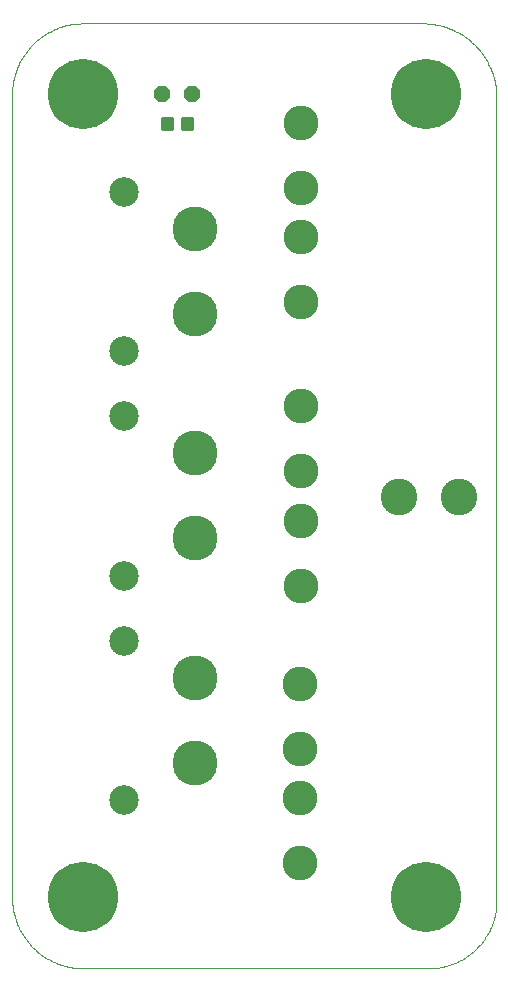
<source format=gts>
G75*
%MOIN*%
%OFA0B0*%
%FSLAX25Y25*%
%IPPOS*%
%LPD*%
%AMOC8*
5,1,8,0,0,1.08239X$1,22.5*
%
%ADD10C,0.00000*%
%ADD11OC8,0.05200*%
%ADD12C,0.11620*%
%ADD13C,0.23400*%
%ADD14C,0.12211*%
%ADD15C,0.01388*%
%ADD16C,0.09849*%
%ADD17C,0.15030*%
D10*
X0001500Y0025122D02*
X0001500Y0292839D01*
X0001507Y0293410D01*
X0001528Y0293980D01*
X0001562Y0294550D01*
X0001610Y0295119D01*
X0001672Y0295686D01*
X0001748Y0296252D01*
X0001837Y0296816D01*
X0001940Y0297377D01*
X0002057Y0297936D01*
X0002186Y0298492D01*
X0002330Y0299045D01*
X0002486Y0299594D01*
X0002656Y0300139D01*
X0002839Y0300679D01*
X0003035Y0301215D01*
X0003244Y0301747D01*
X0003466Y0302273D01*
X0003700Y0302793D01*
X0003947Y0303308D01*
X0004206Y0303817D01*
X0004477Y0304319D01*
X0004761Y0304814D01*
X0005056Y0305303D01*
X0005363Y0305784D01*
X0005681Y0306258D01*
X0006011Y0306724D01*
X0006352Y0307181D01*
X0006705Y0307631D01*
X0007067Y0308071D01*
X0007441Y0308503D01*
X0007824Y0308926D01*
X0008218Y0309339D01*
X0008622Y0309743D01*
X0009035Y0310137D01*
X0009458Y0310520D01*
X0009890Y0310894D01*
X0010330Y0311256D01*
X0010780Y0311609D01*
X0011237Y0311950D01*
X0011703Y0312280D01*
X0012177Y0312598D01*
X0012658Y0312905D01*
X0013147Y0313200D01*
X0013642Y0313484D01*
X0014144Y0313755D01*
X0014653Y0314014D01*
X0015168Y0314261D01*
X0015688Y0314495D01*
X0016214Y0314717D01*
X0016746Y0314926D01*
X0017282Y0315122D01*
X0017822Y0315305D01*
X0018367Y0315475D01*
X0018916Y0315631D01*
X0019469Y0315775D01*
X0020025Y0315904D01*
X0020584Y0316021D01*
X0021145Y0316124D01*
X0021709Y0316213D01*
X0022275Y0316289D01*
X0022842Y0316351D01*
X0023411Y0316399D01*
X0023981Y0316433D01*
X0024551Y0316454D01*
X0025122Y0316461D01*
X0139295Y0316461D01*
X0139295Y0316460D02*
X0139890Y0316429D01*
X0140483Y0316384D01*
X0141075Y0316324D01*
X0141666Y0316250D01*
X0142254Y0316162D01*
X0142840Y0316060D01*
X0143424Y0315943D01*
X0144004Y0315813D01*
X0144582Y0315668D01*
X0145155Y0315510D01*
X0145725Y0315337D01*
X0146290Y0315151D01*
X0146851Y0314952D01*
X0147406Y0314739D01*
X0147957Y0314512D01*
X0148502Y0314273D01*
X0149040Y0314020D01*
X0149573Y0313754D01*
X0150099Y0313476D01*
X0150618Y0313184D01*
X0151129Y0312881D01*
X0151634Y0312565D01*
X0152130Y0312237D01*
X0152619Y0311897D01*
X0153099Y0311545D01*
X0153571Y0311182D01*
X0154033Y0310808D01*
X0154487Y0310423D01*
X0154930Y0310026D01*
X0155365Y0309619D01*
X0155789Y0309202D01*
X0156203Y0308775D01*
X0156607Y0308337D01*
X0157000Y0307891D01*
X0157382Y0307434D01*
X0157753Y0306969D01*
X0158112Y0306495D01*
X0158460Y0306012D01*
X0158796Y0305521D01*
X0159121Y0305022D01*
X0159433Y0304515D01*
X0159733Y0304001D01*
X0160020Y0303480D01*
X0160294Y0302952D01*
X0160556Y0302418D01*
X0160805Y0301877D01*
X0161041Y0301331D01*
X0161263Y0300779D01*
X0161472Y0300221D01*
X0161667Y0299659D01*
X0161849Y0299093D01*
X0162017Y0298522D01*
X0162171Y0297947D01*
X0162312Y0297369D01*
X0162438Y0296787D01*
X0162550Y0296203D01*
X0162648Y0295616D01*
X0162732Y0295026D01*
X0162801Y0294435D01*
X0162857Y0293843D01*
X0162897Y0293249D01*
X0162924Y0292655D01*
X0162936Y0292060D01*
X0162934Y0291465D01*
X0162917Y0290870D01*
X0162917Y0023154D01*
X0162918Y0023154D02*
X0162887Y0022607D01*
X0162844Y0022061D01*
X0162787Y0021517D01*
X0162717Y0020974D01*
X0162634Y0020432D01*
X0162538Y0019893D01*
X0162429Y0019357D01*
X0162307Y0018823D01*
X0162172Y0018292D01*
X0162024Y0017765D01*
X0161864Y0017241D01*
X0161691Y0016722D01*
X0161506Y0016207D01*
X0161308Y0015696D01*
X0161098Y0015190D01*
X0160875Y0014690D01*
X0160641Y0014195D01*
X0160395Y0013706D01*
X0160137Y0013223D01*
X0159867Y0012746D01*
X0159586Y0012276D01*
X0159294Y0011813D01*
X0158991Y0011357D01*
X0158676Y0010909D01*
X0158351Y0010468D01*
X0158016Y0010036D01*
X0157670Y0009611D01*
X0157314Y0009195D01*
X0156948Y0008788D01*
X0156572Y0008390D01*
X0156187Y0008001D01*
X0155792Y0007621D01*
X0155388Y0007251D01*
X0154976Y0006891D01*
X0154555Y0006541D01*
X0154125Y0006201D01*
X0153688Y0005872D01*
X0153243Y0005553D01*
X0152790Y0005245D01*
X0152330Y0004948D01*
X0151862Y0004663D01*
X0151388Y0004389D01*
X0150908Y0004126D01*
X0150421Y0003875D01*
X0149929Y0003636D01*
X0149430Y0003409D01*
X0148927Y0003194D01*
X0148418Y0002991D01*
X0147905Y0002800D01*
X0147387Y0002622D01*
X0146865Y0002457D01*
X0146339Y0002304D01*
X0145810Y0002164D01*
X0145277Y0002037D01*
X0144742Y0001923D01*
X0144204Y0001821D01*
X0143663Y0001733D01*
X0143121Y0001658D01*
X0142577Y0001596D01*
X0142032Y0001547D01*
X0141485Y0001511D01*
X0140938Y0001489D01*
X0140391Y0001479D01*
X0139843Y0001483D01*
X0139296Y0001500D01*
X0139295Y0001500D02*
X0025122Y0001500D01*
X0024551Y0001507D01*
X0023981Y0001528D01*
X0023411Y0001562D01*
X0022842Y0001610D01*
X0022275Y0001672D01*
X0021709Y0001748D01*
X0021145Y0001837D01*
X0020584Y0001940D01*
X0020025Y0002057D01*
X0019469Y0002186D01*
X0018916Y0002330D01*
X0018367Y0002486D01*
X0017822Y0002656D01*
X0017282Y0002839D01*
X0016746Y0003035D01*
X0016214Y0003244D01*
X0015688Y0003466D01*
X0015168Y0003700D01*
X0014653Y0003947D01*
X0014144Y0004206D01*
X0013642Y0004477D01*
X0013147Y0004761D01*
X0012658Y0005056D01*
X0012177Y0005363D01*
X0011703Y0005681D01*
X0011237Y0006011D01*
X0010780Y0006352D01*
X0010330Y0006705D01*
X0009890Y0007067D01*
X0009458Y0007441D01*
X0009035Y0007824D01*
X0008622Y0008218D01*
X0008218Y0008622D01*
X0007824Y0009035D01*
X0007441Y0009458D01*
X0007067Y0009890D01*
X0006705Y0010330D01*
X0006352Y0010780D01*
X0006011Y0011237D01*
X0005681Y0011703D01*
X0005363Y0012177D01*
X0005056Y0012658D01*
X0004761Y0013147D01*
X0004477Y0013642D01*
X0004206Y0014144D01*
X0003947Y0014653D01*
X0003700Y0015168D01*
X0003466Y0015688D01*
X0003244Y0016214D01*
X0003035Y0016746D01*
X0002839Y0017282D01*
X0002656Y0017822D01*
X0002486Y0018367D01*
X0002330Y0018916D01*
X0002186Y0019469D01*
X0002057Y0020025D01*
X0001940Y0020584D01*
X0001837Y0021145D01*
X0001748Y0021709D01*
X0001672Y0022275D01*
X0001610Y0022842D01*
X0001562Y0023411D01*
X0001528Y0023981D01*
X0001507Y0024551D01*
X0001500Y0025122D01*
D11*
X0051618Y0292839D03*
X0061618Y0292839D03*
D12*
X0097957Y0283390D03*
X0097957Y0261736D03*
X0097957Y0245201D03*
X0097957Y0223547D03*
X0097957Y0188902D03*
X0097957Y0167248D03*
X0097957Y0150713D03*
X0097957Y0129059D03*
X0097524Y0096421D03*
X0097524Y0074768D03*
X0097524Y0058232D03*
X0097524Y0036579D03*
D13*
X0139295Y0025122D03*
X0025122Y0025122D03*
X0025122Y0292839D03*
X0139295Y0292839D03*
D14*
X0130555Y0158626D03*
X0150555Y0158626D03*
D15*
X0061439Y0284667D02*
X0058491Y0284667D01*
X0061439Y0284667D02*
X0061439Y0281325D01*
X0058491Y0281325D01*
X0058491Y0284667D01*
X0058491Y0282644D02*
X0061439Y0282644D01*
X0061439Y0283963D02*
X0058491Y0283963D01*
X0054746Y0284667D02*
X0051798Y0284667D01*
X0054746Y0284667D02*
X0054746Y0281325D01*
X0051798Y0281325D01*
X0051798Y0284667D01*
X0051798Y0282644D02*
X0054746Y0282644D01*
X0054746Y0283963D02*
X0051798Y0283963D01*
D16*
X0038902Y0260358D03*
X0038902Y0207209D03*
X0038902Y0185555D03*
X0038902Y0132406D03*
X0038902Y0110752D03*
X0038902Y0057602D03*
D17*
X0062524Y0070004D03*
X0062524Y0098350D03*
X0062524Y0144807D03*
X0062524Y0173154D03*
X0062524Y0219610D03*
X0062524Y0247957D03*
M02*

</source>
